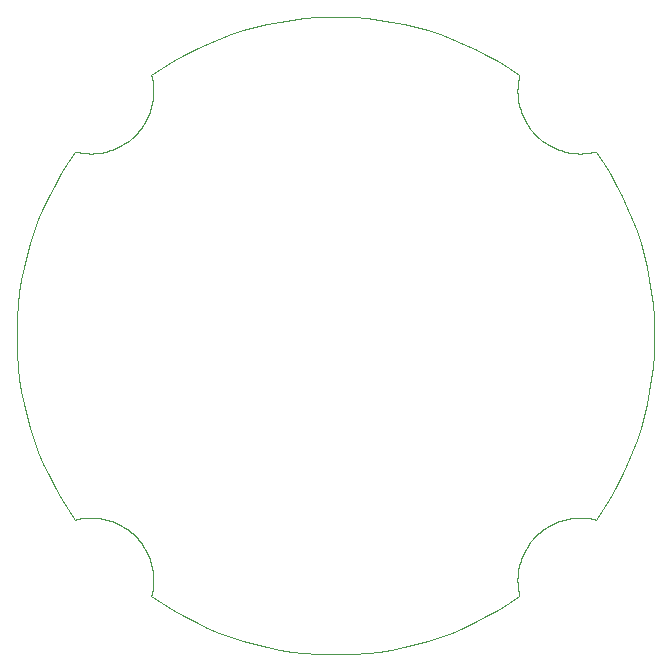
<source format=gm1>
G04 #@! TF.GenerationSoftware,KiCad,Pcbnew,(5.0.0)*
G04 #@! TF.CreationDate,2019-01-09T16:36:43-03:00*
G04 #@! TF.ProjectId,PCB_A,5043425F412E6B696361645F70636200,rev?*
G04 #@! TF.SameCoordinates,Original*
G04 #@! TF.FileFunction,Profile,NP*
%FSLAX46Y46*%
G04 Gerber Fmt 4.6, Leading zero omitted, Abs format (unit mm)*
G04 Created by KiCad (PCBNEW (5.0.0)) date 01/09/19 16:36:43*
%MOMM*%
%LPD*%
G01*
G04 APERTURE LIST*
G04 #@! TA.AperFunction,NonConductor*
%ADD10C,0.100000*%
G04 #@! TD*
G04 APERTURE END LIST*
D10*
G04 #@! TO.C,REF\002A\002A*
X-15499331Y19751839D02*
X-15470290Y19925613D01*
X-15860906Y18576221D02*
X-15792569Y18738779D01*
X-15417951Y20452486D02*
X-15412231Y20629477D01*
X-15473351Y21518152D02*
X-15503795Y21695616D01*
X-15449033Y21340405D02*
X-15473351Y21518152D01*
X-15540404Y21872650D02*
X-15583218Y22049110D01*
X-15447020Y20100409D02*
X-15429560Y20276082D01*
X-15418617Y20984639D02*
X-15430801Y21162519D01*
X-15620689Y19238099D02*
X-15574570Y19407937D01*
X-15534105Y19579232D02*
X-15499331Y19751839D01*
X-15412440Y20806910D02*
X-15418617Y20984639D01*
X-15792569Y18738779D02*
X-15729728Y18903375D01*
X-15429560Y20276082D02*
X-15417951Y20452486D01*
X-15503795Y21695616D02*
X-15540404Y21872650D01*
X-15574570Y19407937D02*
X-15534105Y19579232D01*
X-15729728Y18903375D02*
X-15672421Y19069863D01*
X-15430801Y21162519D02*
X-15449033Y21340405D01*
X-15934698Y18415845D02*
X-15860906Y18576221D01*
X-15412231Y20629477D02*
X-15412440Y20806910D01*
X-15470290Y19925613D02*
X-15447020Y20100409D01*
X-15672421Y19069863D02*
X-15620689Y19238099D01*
X-1583446Y26953629D02*
X-2636968Y26871200D01*
X-2636968Y26871200D02*
X-3687321Y26747557D01*
X5773465Y26376623D02*
X4733248Y26582696D01*
X9851963Y25140187D02*
X8847228Y25511118D01*
X13737851Y23244319D02*
X12788872Y23780108D01*
X14669724Y22667316D02*
X13737851Y23244319D01*
X10844660Y24728042D02*
X9851963Y25140187D01*
X11824052Y24274682D02*
X10844660Y24728042D01*
X-11824046Y24274691D02*
X-12788865Y23780118D01*
X7831722Y25840834D02*
X6806711Y26129336D01*
X-10844653Y24728050D02*
X-11824046Y24274691D01*
X-3687321Y26747557D02*
X-4733240Y26582700D01*
X-9851956Y25140195D02*
X-10844653Y24728050D01*
X-8847220Y25511125D02*
X-9851956Y25140195D01*
X-7831714Y25840840D02*
X-8847220Y25511125D01*
X-6806703Y26129341D02*
X-7831714Y25840840D01*
X8847228Y25511118D02*
X7831722Y25840834D01*
X-5773456Y26376628D02*
X-6806703Y26129341D01*
X528032Y26994843D02*
X-528024Y26994843D01*
X4733248Y26582696D02*
X3687330Y26747554D01*
X-528024Y26994843D02*
X-1583446Y26953629D01*
X-4733240Y26582700D02*
X-5773456Y26376628D01*
X2636976Y26871198D02*
X1583455Y26953628D01*
X3687330Y26747554D02*
X2636976Y26871198D01*
X15583223Y22049098D02*
X14669724Y22667316D01*
X6806711Y26129336D02*
X5773465Y26376623D01*
X1583455Y26953628D02*
X528032Y26994843D01*
X12788872Y23780108D02*
X11824052Y24274682D01*
X-12788865Y23780118D02*
X-13737845Y23244330D01*
X17949255Y16188419D02*
X18102212Y16098495D01*
X16716734Y17228812D02*
X16837858Y17094609D01*
X17651775Y16384124D02*
X17799061Y16283642D01*
X17228816Y16716730D02*
X17366507Y16600707D01*
X16837858Y17094609D02*
X16964044Y16964040D01*
X15430806Y21162506D02*
X15418621Y20984626D01*
X16600711Y17366503D02*
X16716734Y17228812D01*
X16188423Y17949251D02*
X16283646Y17799057D01*
X15934703Y18415832D02*
X16013912Y18257784D01*
X15574574Y19407924D02*
X15620693Y19238086D01*
X15540409Y21872638D02*
X15503800Y21695604D01*
X15470294Y19925600D02*
X15499336Y19751826D01*
X16098499Y18102208D02*
X16188423Y17949251D01*
X15860910Y18576207D02*
X15934703Y18415832D01*
X15583223Y22049098D02*
X15540409Y21872638D01*
X15412444Y20806897D02*
X15412235Y20629465D01*
X-14669719Y22667327D02*
X-15583218Y22049110D01*
X15729732Y18903362D02*
X15792573Y18738766D01*
X15447024Y20100396D02*
X15470294Y19925600D01*
X18257788Y16013908D02*
X18415836Y15934699D01*
X16964044Y16964040D02*
X17094613Y16837854D01*
X15417955Y20452474D02*
X15429565Y20276069D01*
X15499336Y19751826D02*
X15534109Y19579219D01*
X17507542Y16489825D02*
X17651775Y16384124D01*
X16489829Y17507538D02*
X16600711Y17366503D01*
X16384128Y17651771D02*
X16489829Y17507538D01*
X15672425Y19069850D02*
X15729732Y18903362D01*
X15418621Y20984626D02*
X15412444Y20806897D01*
X15412235Y20629465D02*
X15417955Y20452474D01*
X17799061Y16283642D02*
X17949255Y16188419D01*
X16283646Y17799057D02*
X16384128Y17651771D01*
X15449038Y21340393D02*
X15430806Y21162506D01*
X15473356Y21518140D02*
X15449038Y21340393D01*
X17094613Y16837854D02*
X17228816Y16716730D01*
X15534109Y19579219D02*
X15574574Y19407924D01*
X17366507Y16600707D02*
X17507542Y16489825D01*
X16013912Y18257784D02*
X16098499Y18102208D01*
X15792573Y18738766D02*
X15860910Y18576207D01*
X15620693Y19238086D02*
X15672425Y19069850D01*
X15429565Y20276069D02*
X15447024Y20100396D01*
X-13737845Y23244330D02*
X-14669719Y22667327D01*
X15503800Y21695604D02*
X15473356Y21518140D01*
X18738770Y15792569D02*
X18903366Y15729728D01*
X18576211Y15860906D02*
X18738770Y15792569D01*
X18415836Y15934699D02*
X18576211Y15860906D01*
X18102212Y16098495D02*
X18257788Y16013908D01*
X-24274682Y11824059D02*
X-24728042Y10844667D01*
X-26129337Y6806715D02*
X-26376625Y5773468D01*
X-19407928Y-15574578D02*
X-19579223Y-15534113D01*
X-19751830Y-15499340D02*
X-19925604Y-15470298D01*
X-21162510Y-15430810D02*
X-21340397Y-15449042D01*
X-26376625Y5773468D02*
X-26582697Y4733251D01*
X-22049096Y15583232D02*
X-22667314Y14669733D01*
X-23780107Y12788879D02*
X-24274682Y11824059D01*
X-21340397Y-15449042D02*
X-21518144Y-15473360D01*
X-19579223Y-15534113D02*
X-19751830Y-15499340D01*
X-22667314Y14669733D02*
X-23244318Y13737859D01*
X-26129340Y-6806708D02*
X-25840838Y-7831719D01*
X-26871201Y-2636970D02*
X-26747557Y-3687324D01*
X-26953629Y1583455D02*
X-26994844Y528032D01*
X-21872642Y-15540413D02*
X-22049102Y-15583227D01*
X-26582697Y4733251D02*
X-26747556Y3687332D01*
X-23244318Y13737859D02*
X-23780107Y12788879D01*
X-20452478Y-15417959D02*
X-20629469Y-15412239D01*
X-19069854Y-15672429D02*
X-19238090Y-15620697D01*
X-25140188Y9851969D02*
X-25511119Y8847233D01*
X-24728042Y10844667D02*
X-25140188Y9851969D01*
X-18576211Y-15860914D02*
X-18738770Y-15792577D01*
X-20276073Y-15429569D02*
X-20452478Y-15417959D01*
X-21695608Y-15503804D02*
X-21872642Y-15540413D01*
X-25511119Y8847233D02*
X-25840835Y7831726D01*
X-20629469Y-15412239D02*
X-20806901Y-15412448D01*
X-20806901Y-15412448D02*
X-20984630Y-15418625D01*
X-18738770Y-15792577D02*
X-18903366Y-15729736D01*
X-26953630Y-1583448D02*
X-26871201Y-2636970D01*
X-25140191Y-9851962D02*
X-24728046Y-10844660D01*
X-25840838Y-7831719D02*
X-25511122Y-8847226D01*
X-19238090Y-15620697D02*
X-19407928Y-15574578D01*
X-18903366Y-15729736D02*
X-19069854Y-15672429D01*
X-26871200Y2636977D02*
X-26953629Y1583455D01*
X-26582699Y-4733244D02*
X-26376627Y-5773461D01*
X-25840835Y7831726D02*
X-26129337Y6806715D01*
X-20984630Y-15418625D02*
X-21162510Y-15430810D01*
X-19925604Y-15470298D02*
X-20100400Y-15447028D01*
X-26376627Y-5773461D02*
X-26129340Y-6806708D01*
X-26994844Y-528025D02*
X-26953630Y-1583448D01*
X-21518144Y-15473360D02*
X-21695608Y-15503804D01*
X-25511122Y-8847226D02*
X-25140191Y-9851962D01*
X-26747557Y-3687324D02*
X-26582699Y-4733244D01*
X-20100400Y-15447028D02*
X-20276073Y-15429569D01*
X-26994844Y528032D02*
X-26994844Y-528025D01*
X-26747556Y3687332D02*
X-26871200Y2636977D01*
X-16013908Y18257797D02*
X-15934698Y18415845D01*
X-19069849Y15672436D02*
X-18903361Y15729742D01*
X-16098495Y18102222D02*
X-16013908Y18257797D01*
X-16188419Y17949265D02*
X-16098495Y18102222D01*
X-19238085Y15620704D02*
X-19069849Y15672436D01*
X-19579218Y15534119D02*
X-19407923Y15574585D01*
X-17094609Y16837868D02*
X-16964040Y16964054D01*
X-16283642Y17799070D02*
X-16188419Y17949265D01*
X-16384124Y17651784D02*
X-16283642Y17799070D01*
X-21340391Y15449047D02*
X-21162504Y15430816D01*
X-23780112Y-12788873D02*
X-23244323Y-13737854D01*
X-16489825Y17507551D02*
X-16384124Y17651784D01*
X-20629463Y15412246D02*
X-20452472Y15417966D01*
X-16716730Y17228826D02*
X-16600707Y17366517D01*
X-16837854Y17094623D02*
X-16716730Y17228826D01*
X-21872636Y15540418D02*
X-21695602Y15503809D01*
X-24728046Y-10844660D02*
X-24274687Y-11824053D01*
X-19407923Y15574585D02*
X-19238085Y15620704D01*
X-21695602Y15503809D02*
X-21518138Y15473365D01*
X-20452472Y15417966D02*
X-20276068Y15429575D01*
X-16964040Y16964054D02*
X-16837854Y17094623D01*
X-17507537Y16489840D02*
X-17366503Y16600721D01*
X-17799056Y16283656D02*
X-17651770Y16384138D01*
X-17366503Y16600721D02*
X-17228812Y16716744D01*
X-21162504Y15430816D02*
X-20984624Y15418631D01*
X-17228812Y16716744D02*
X-17094609Y16837868D01*
X-22667320Y-14669727D02*
X-22049102Y-15583227D01*
X-17949250Y16188434D02*
X-17799056Y16283656D01*
X-18257783Y16013923D02*
X-18102208Y16098509D01*
X-18576206Y15860920D02*
X-18415831Y15934713D01*
X-21518138Y15473365D02*
X-21340391Y15449047D01*
X-19925599Y15470305D02*
X-19751825Y15499346D01*
X-20806895Y15412454D02*
X-20629463Y15412246D01*
X-24274687Y-11824053D02*
X-23780112Y-12788873D01*
X-19751825Y15499346D02*
X-19579218Y15534119D01*
X-18738765Y15792584D02*
X-18576206Y15860920D01*
X-17651770Y16384138D02*
X-17507537Y16489840D01*
X-18415831Y15934713D02*
X-18257783Y16013923D01*
X-18903361Y15729742D02*
X-18738765Y15792584D01*
X-20276068Y15429575D02*
X-20100395Y15447035D01*
X-22049096Y15583232D02*
X-21872636Y15540418D01*
X-23244323Y-13737854D02*
X-22667320Y-14669727D01*
X-20984624Y15418631D02*
X-20806895Y15412454D01*
X-16600707Y17366517D02*
X-16489825Y17507551D01*
X-18102208Y16098509D02*
X-17949250Y16188434D01*
X-20100395Y15447035D02*
X-19925599Y15470305D01*
X-18102212Y-16098503D02*
X-18257788Y-16013916D01*
X-15620693Y-19238094D02*
X-15672425Y-19069858D01*
X-17799061Y-16283650D02*
X-17949255Y-16188427D01*
X-16964044Y-16964048D02*
X-17094613Y-16837862D01*
X-15729732Y-18903370D02*
X-15792573Y-18738774D01*
X-17651775Y-16384132D02*
X-17799061Y-16283650D01*
X-16600711Y-17366511D02*
X-16716734Y-17228820D01*
X-15860910Y-18576215D02*
X-15934703Y-18415840D01*
X-17366507Y-16600715D02*
X-17507542Y-16489833D01*
X-16489829Y-17507546D02*
X-16600711Y-17366511D01*
X-16013912Y-18257792D02*
X-16098499Y-18102216D01*
X-16098499Y-18102216D02*
X-16188423Y-17949259D01*
X-15574574Y-19407932D02*
X-15620693Y-19238094D01*
X-17094613Y-16837862D02*
X-17228816Y-16716738D01*
X-16283646Y-17799065D02*
X-16384128Y-17651779D01*
X-16384128Y-17651779D02*
X-16489829Y-17507546D01*
X-15672425Y-19069858D02*
X-15729732Y-18903370D01*
X-15534109Y-19579227D02*
X-15574574Y-19407932D01*
X-16188423Y-17949259D02*
X-16283646Y-17799065D01*
X-15934703Y-18415840D02*
X-16013912Y-18257792D01*
X-17507542Y-16489833D02*
X-17651775Y-16384132D01*
X-16716734Y-17228820D02*
X-16837858Y-17094617D01*
X-18415836Y-15934707D02*
X-18576211Y-15860914D01*
X-17949255Y-16188427D02*
X-18102212Y-16098503D01*
X-18257788Y-16013916D02*
X-18415836Y-15934707D01*
X-17228816Y-16716738D02*
X-17366507Y-16600715D01*
X-16837858Y-17094617D02*
X-16964044Y-16964048D01*
X-15792573Y-18738774D02*
X-15860910Y-18576215D01*
X3687336Y-26747560D02*
X4733255Y-26582701D01*
X-15412444Y-20806905D02*
X-15412235Y-20629473D01*
X-10844656Y-24728050D02*
X-9851958Y-25140195D01*
X13737863Y-23244322D02*
X14669737Y-22667318D01*
X5773472Y-26376629D02*
X6806719Y-26129341D01*
X-15418621Y-20984634D02*
X-15412444Y-20806905D01*
X-15430806Y-21162514D02*
X-15418621Y-20984634D01*
X-15583223Y-22049106D02*
X-15540409Y-21872646D01*
X14669737Y-22667318D02*
X15583236Y-22049100D01*
X-8847222Y-25511126D02*
X-7831715Y-25840842D01*
X4733255Y-26582701D02*
X5773472Y-26376629D01*
X1583459Y-26953633D02*
X2636981Y-26871204D01*
X15473369Y-21518142D02*
X15503813Y-21695606D01*
X15792588Y-18738769D02*
X15729746Y-18903365D01*
X15534123Y-19579222D02*
X15499350Y-19751829D01*
X15620708Y-19238089D02*
X15574589Y-19407927D01*
X15412250Y-20629467D02*
X15412458Y-20806899D01*
X-15473356Y-21518148D02*
X-15449038Y-21340401D01*
X15417970Y-20452476D02*
X15412250Y-20629467D01*
X-6806704Y-26129344D02*
X-5773457Y-26376631D01*
X-15412235Y-20629473D02*
X-15417955Y-20452482D01*
X15418635Y-20984628D02*
X15430820Y-21162508D01*
X7831730Y-25840839D02*
X8847237Y-25511123D01*
X-4733240Y-26582703D02*
X-3687320Y-26747561D01*
X-13737850Y-23244327D02*
X-12788869Y-23780116D01*
X15430820Y-21162508D02*
X15449051Y-21340395D01*
X15447039Y-20100399D02*
X15429579Y-20276072D01*
X-15449038Y-21340401D02*
X-15430806Y-21162514D01*
X-11824049Y-24274691D02*
X-10844656Y-24728050D01*
X8847237Y-25511123D02*
X9851973Y-25140192D01*
X528036Y-26994848D02*
X1583459Y-26953633D01*
X-3687320Y-26747561D02*
X-2636966Y-26871205D01*
X-15503800Y-21695612D02*
X-15473356Y-21518148D01*
X15503813Y-21695606D02*
X15540422Y-21872640D01*
X-1583444Y-26953634D02*
X-528021Y-26994848D01*
X-15583223Y-22049106D02*
X-14669723Y-22667324D01*
X15470309Y-19925603D02*
X15447039Y-20100399D01*
X-15540409Y-21872646D02*
X-15503800Y-21695612D01*
X-9851958Y-25140195D02*
X-8847222Y-25511126D01*
X12788883Y-23780111D02*
X13737863Y-23244322D01*
X-12788869Y-23780116D02*
X-11824049Y-24274691D01*
X-528021Y-26994848D02*
X528036Y-26994848D01*
X15449051Y-21340395D02*
X15473369Y-21518142D01*
X-2636966Y-26871205D02*
X-1583444Y-26953634D01*
X-14669723Y-22667324D02*
X-13737850Y-23244327D01*
X-5773457Y-26376631D02*
X-4733240Y-26582703D01*
X15574589Y-19407927D02*
X15534123Y-19579222D01*
X10844671Y-24728046D02*
X11824063Y-24274686D01*
X-15499336Y-19751834D02*
X-15534109Y-19579227D01*
X6806719Y-26129341D02*
X7831730Y-25840839D01*
X2636981Y-26871204D02*
X3687336Y-26747560D01*
X-15470294Y-19925608D02*
X-15499336Y-19751834D01*
X-15447024Y-20100404D02*
X-15470294Y-19925608D01*
X9851973Y-25140192D02*
X10844671Y-24728046D01*
X11824063Y-24274686D02*
X12788883Y-23780111D01*
X15412458Y-20806899D02*
X15418635Y-20984628D01*
X15429579Y-20276072D02*
X15417970Y-20452476D01*
X15499350Y-19751829D02*
X15470309Y-19925603D01*
X15540422Y-21872640D02*
X15583236Y-22049100D01*
X-15429565Y-20276077D02*
X-15447024Y-20100404D01*
X15672440Y-19069853D02*
X15620708Y-19238089D01*
X15729746Y-18903365D02*
X15672440Y-19069853D01*
X-7831715Y-25840842D02*
X-6806704Y-26129344D01*
X-15417955Y-20452482D02*
X-15429565Y-20276077D01*
X16098513Y-18102212D02*
X16013927Y-18257787D01*
X16489844Y-17507541D02*
X16384142Y-17651774D01*
X16600725Y-17366507D02*
X16489844Y-17507541D01*
X16716748Y-17228816D02*
X16600725Y-17366507D01*
X16964058Y-16964044D02*
X16837872Y-17094613D01*
X18257801Y-16013912D02*
X18102226Y-16098499D01*
X18738783Y-15792573D02*
X18576225Y-15860910D01*
X17366521Y-16600711D02*
X17228830Y-16716734D01*
X17507555Y-16489829D02*
X17366521Y-16600711D01*
X17094627Y-16837858D02*
X16964058Y-16964044D01*
X17799074Y-16283646D02*
X17651788Y-16384128D01*
X18903379Y-15729732D02*
X18738783Y-15792573D01*
X19238103Y-15620693D02*
X19069867Y-15672425D01*
X18576225Y-15860910D02*
X18415849Y-15934702D01*
X16013927Y-18257787D02*
X15934717Y-18415835D01*
X16188438Y-17949254D02*
X16098513Y-18102212D01*
X17949269Y-16188423D02*
X17799074Y-16283646D01*
X19407941Y-15574574D02*
X19238103Y-15620693D01*
X16283660Y-17799060D02*
X16188438Y-17949254D01*
X16384142Y-17651774D02*
X16283660Y-17799060D01*
X18415849Y-15934702D02*
X18257801Y-16013912D01*
X16837872Y-17094613D02*
X16716748Y-17228816D01*
X17228830Y-16716734D02*
X17094627Y-16837858D01*
X17651788Y-16384128D02*
X17507555Y-16489829D01*
X18102226Y-16098499D02*
X17949269Y-16188423D01*
X19069867Y-15672425D02*
X18903379Y-15729732D01*
X15860924Y-18576210D02*
X15792588Y-18738769D01*
X15934717Y-18415835D02*
X15860924Y-18576210D01*
X19751843Y-15499335D02*
X19579236Y-15534109D01*
X19925617Y-15470294D02*
X19751843Y-15499335D01*
X20100413Y-15447024D02*
X19925617Y-15470294D01*
X20984630Y15418617D02*
X21162510Y15430802D01*
X20276086Y-15429564D02*
X20100413Y-15447024D01*
X20452490Y-15417955D02*
X20276086Y-15429564D01*
X23244334Y-13737849D02*
X23780122Y-12788869D01*
X26747558Y3687326D02*
X26582700Y4733244D01*
X20452478Y15417951D02*
X20629469Y15412231D01*
X20806901Y15412440D02*
X20984630Y15418617D01*
X25140191Y9851959D02*
X24728046Y10844656D01*
X23780122Y-12788869D02*
X24274695Y-11824050D01*
X20629481Y-15412235D02*
X20452490Y-15417955D01*
X20806914Y-15412444D02*
X20629481Y-15412235D01*
X21162523Y-15430805D02*
X20984643Y-15418621D01*
X21695620Y-15503799D02*
X21518156Y-15473355D01*
X24274686Y11824048D02*
X23780112Y12788868D01*
X19407928Y15574570D02*
X19579223Y15534105D01*
X26376632Y-5773460D02*
X26582704Y-4733244D01*
X25140199Y-9851960D02*
X25511129Y-8847224D01*
X26953632Y1583451D02*
X26871202Y2636972D01*
X23780112Y12788868D02*
X23244323Y13737847D01*
X25840838Y7831718D02*
X25511122Y8847224D01*
X24728046Y10844656D02*
X24274686Y11824048D01*
X26376627Y5773461D02*
X26129340Y6806707D01*
X26582700Y4733244D02*
X26376627Y5773461D01*
X19579223Y15534105D02*
X19751830Y15499332D01*
X20629469Y15412231D02*
X20806901Y15412440D01*
X26994847Y528028D02*
X26953632Y1583451D01*
X26994847Y-528028D02*
X26994847Y528028D01*
X26871202Y2636972D02*
X26747558Y3687326D01*
X26871204Y-2636972D02*
X26953633Y-1583450D01*
X24728054Y-10844657D02*
X25140199Y-9851960D01*
X18903366Y15729728D02*
X19069854Y15672421D01*
X20984643Y-15418621D02*
X20806914Y-15412444D01*
X21872654Y-15540408D02*
X21695620Y-15503799D01*
X22049114Y-15583222D02*
X21872654Y-15540408D01*
X22049114Y-15583222D02*
X22667331Y-14669723D01*
X25511129Y-8847224D02*
X25840844Y-7831718D01*
X21340409Y-15449037D02*
X21162523Y-15430805D01*
X21518156Y-15473355D02*
X21340409Y-15449037D01*
X22667320Y14669720D02*
X22049102Y15583219D01*
X23244323Y13737847D02*
X22667320Y14669720D01*
X26747561Y-3687325D02*
X26871204Y-2636972D01*
X26582704Y-4733244D02*
X26747561Y-3687325D01*
X19238090Y15620689D02*
X19407928Y15574570D01*
X21872642Y15540405D02*
X22049102Y15583219D01*
X20100400Y15447020D02*
X20276073Y15429561D01*
X21518144Y15473352D02*
X21695608Y15503796D01*
X20276073Y15429561D02*
X20452478Y15417951D01*
X21340397Y15449034D02*
X21518144Y15473352D01*
X25511122Y8847224D02*
X25140191Y9851959D01*
X22667331Y-14669723D02*
X23244334Y-13737849D01*
X26129340Y6806707D02*
X25840838Y7831718D01*
X26953633Y-1583450D02*
X26994847Y-528028D01*
X19751830Y15499332D02*
X19925604Y15470290D01*
X24274695Y-11824050D02*
X24728054Y-10844657D01*
X21695608Y15503796D02*
X21872642Y15540405D01*
X19069854Y15672421D02*
X19238090Y15620689D01*
X25840844Y-7831718D02*
X26129345Y-6806707D01*
X21162510Y15430802D02*
X21340397Y15449034D01*
X19579236Y-15534109D02*
X19407941Y-15574574D01*
X26129345Y-6806707D02*
X26376632Y-5773460D01*
X19925604Y15470290D02*
X20100400Y15447020D01*
G04 #@! TD*
M02*

</source>
